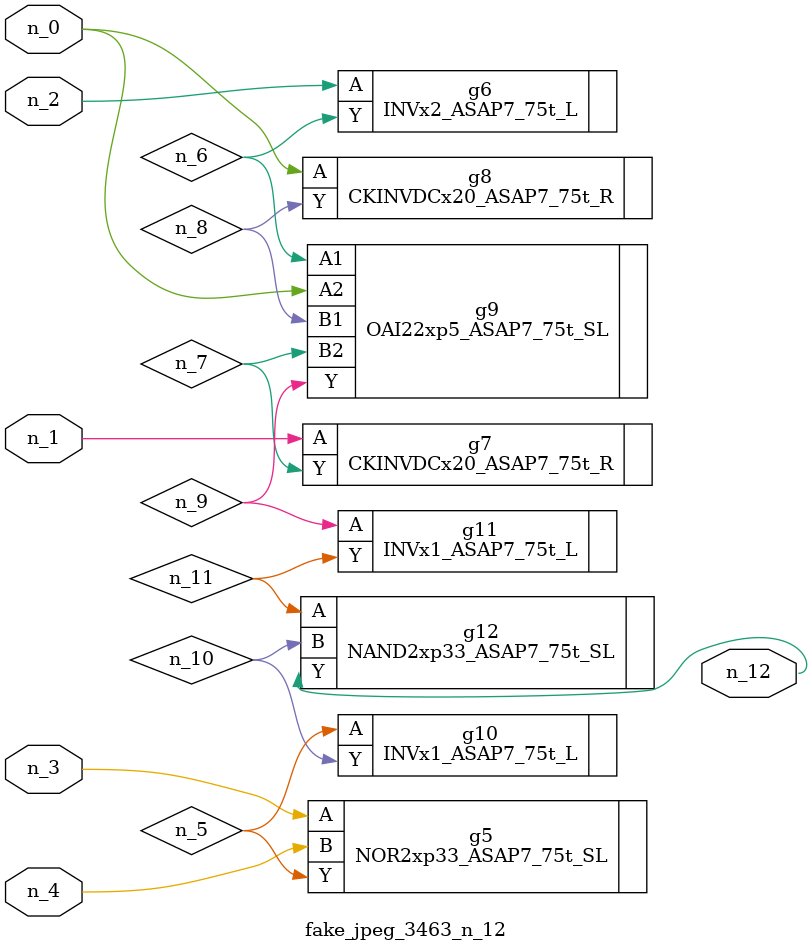
<source format=v>
module fake_jpeg_3463_n_12 (n_3, n_2, n_1, n_0, n_4, n_12);

input n_3;
input n_2;
input n_1;
input n_0;
input n_4;

output n_12;

wire n_11;
wire n_10;
wire n_8;
wire n_9;
wire n_6;
wire n_5;
wire n_7;

NOR2xp33_ASAP7_75t_SL g5 ( 
.A(n_3),
.B(n_4),
.Y(n_5)
);

INVx2_ASAP7_75t_L g6 ( 
.A(n_2),
.Y(n_6)
);

CKINVDCx20_ASAP7_75t_R g7 ( 
.A(n_1),
.Y(n_7)
);

CKINVDCx20_ASAP7_75t_R g8 ( 
.A(n_0),
.Y(n_8)
);

OAI22xp5_ASAP7_75t_SL g9 ( 
.A1(n_6),
.A2(n_0),
.B1(n_8),
.B2(n_7),
.Y(n_9)
);

INVx1_ASAP7_75t_L g11 ( 
.A(n_9),
.Y(n_11)
);

INVx1_ASAP7_75t_L g10 ( 
.A(n_5),
.Y(n_10)
);

NAND2xp33_ASAP7_75t_SL g12 ( 
.A(n_11),
.B(n_10),
.Y(n_12)
);


endmodule
</source>
